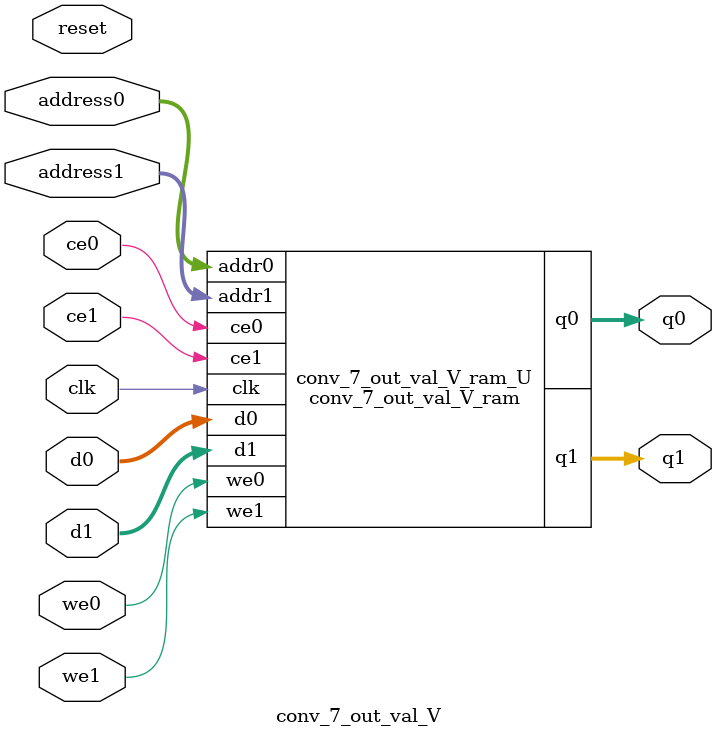
<source format=v>

`timescale 1 ns / 1 ps
module conv_7_out_val_V_ram (addr0, ce0, d0, we0, q0, addr1, ce1, d1, we1, q1,  clk);

parameter DWIDTH = 16;
parameter AWIDTH = 5;
parameter MEM_SIZE = 32;

input[AWIDTH-1:0] addr0;
input ce0;
input[DWIDTH-1:0] d0;
input we0;
output reg[DWIDTH-1:0] q0;
input[AWIDTH-1:0] addr1;
input ce1;
input[DWIDTH-1:0] d1;
input we1;
output reg[DWIDTH-1:0] q1;
input clk;

(* ram_style = "block" *)reg [DWIDTH-1:0] ram[0:MEM_SIZE-1];




always @(posedge clk)  
begin 
    if (ce0) 
    begin
        if (we0) 
        begin 
            ram[addr0] <= d0; 
            q0 <= d0;
        end 
        else 
            q0 <= ram[addr0];
    end
end


always @(posedge clk)  
begin 
    if (ce1) 
    begin
        if (we1) 
        begin 
            ram[addr1] <= d1; 
            q1 <= d1;
        end 
        else 
            q1 <= ram[addr1];
    end
end


endmodule


`timescale 1 ns / 1 ps
module conv_7_out_val_V(
    reset,
    clk,
    address0,
    ce0,
    we0,
    d0,
    q0,
    address1,
    ce1,
    we1,
    d1,
    q1);

parameter DataWidth = 32'd16;
parameter AddressRange = 32'd32;
parameter AddressWidth = 32'd5;
input reset;
input clk;
input[AddressWidth - 1:0] address0;
input ce0;
input we0;
input[DataWidth - 1:0] d0;
output[DataWidth - 1:0] q0;
input[AddressWidth - 1:0] address1;
input ce1;
input we1;
input[DataWidth - 1:0] d1;
output[DataWidth - 1:0] q1;



conv_7_out_val_V_ram conv_7_out_val_V_ram_U(
    .clk( clk ),
    .addr0( address0 ),
    .ce0( ce0 ),
    .d0( d0 ),
    .we0( we0 ),
    .q0( q0 ),
    .addr1( address1 ),
    .ce1( ce1 ),
    .d1( d1 ),
    .we1( we1 ),
    .q1( q1 ));

endmodule


</source>
